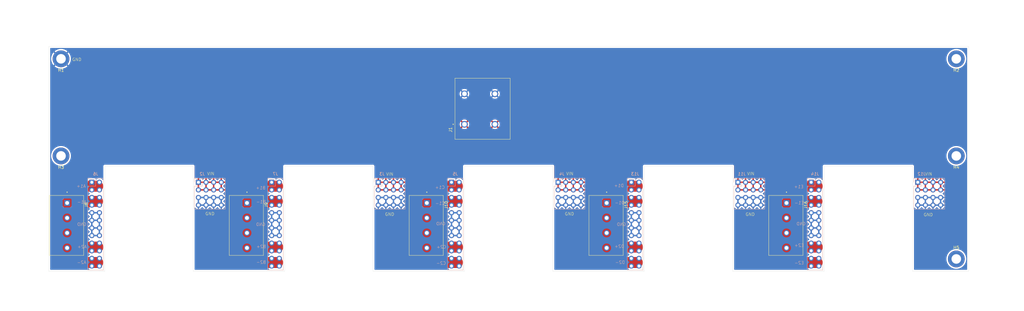
<source format=kicad_pcb>
(kicad_pcb (version 20241229) (generator "pcbnew") (generator_version "9.0")
  (title_block (title "Impregantor Adaptor PCB") (rev "v0.2") (company "HTS4"))
  (layers (0 "F.Cu" signal) (2 "B.Cu" signal) (13 "F.Paste" user) (15 "B.Paste" user) (5 "F.SilkS" user "F.Silkscreen") (7 "B.SilkS" user "B.Silkscreen") (1 "F.Mask" user) (3 "B.Mask" user) (25 "Edge.Cuts" user))
  (net 0 "")
  (net 1 "GND")
  (net 5 "/VIN")
  (net 6 "/C1-")
  (net 7 "/C2+")
  (net 8 "/C2-")
  (net 9 "/C1+")
  (net 10 "/A2+")
  (net 11 "/A1-")
  (net 12 "/A2-")
  (net 13 "/A1+")
  (net 14 "/B1+")
  (net 15 "/B1-")
  (net 16 "/B2+")
  (net 17 "/B2-")
  (net 18 "/D2+")
  (net 19 "/D1-")
  (net 20 "/D1+")
  (net 21 "/D2-")
  (net 22 "/E2-")
  (net 23 "/E1+")
  (net 24 "/E2+")
  (net 25 "/E1-")
  (footprint "impregnator-adaptor-board:PHOENIX_1935336" (layer "F.Cu") (at 174.9518 100.3519 -90)
    (property "Reference" "J10" (at 3.175 -12.385 90) (layer "F.SilkS"))
    (property "Value" "1935336")
    (pad "1" thru_hole rect (at 2.5 -5.9 270) (size 1.95 1.95) (drill 1.3) (layers "*.Cu" "*.Mask") (net 9 "/C1+"))
    (pad "2" thru_hole circle (at 7.5 -5.9 270) (size 1.95 1.95) (drill 1.3) (layers "*.Cu" "*.Mask") (net 6 "/C1-"))
    (pad "3" thru_hole circle (at 12.5 -5.9 270) (size 1.95 1.95) (drill 1.3) (layers "*.Cu" "*.Mask") (net 7 "/C2+"))
    (pad "4" thru_hole circle (at 17.5 -5.9 270) (size 1.95 1.95) (drill 1.3) (layers "*.Cu" "*.Mask") (net 8 "/C2-"))
  )
  (footprint "impregnator-adaptor-board:PHOENIX_1935336" (layer "F.Cu") (at 234.9518 100.3519 -90)
    (property "Reference" "J15" (at 3.175 -12.385 90) (layer "F.SilkS"))
    (property "Value" "1935336")
    (pad "1" thru_hole rect (at 2.5 -5.9 270) (size 1.95 1.95) (drill 1.3) (layers "*.Cu" "*.Mask") (net 20 "/D1+"))
    (pad "2" thru_hole circle (at 7.5 -5.9 270) (size 1.95 1.95) (drill 1.3) (layers "*.Cu" "*.Mask") (net 19 "/D1-"))
    (pad "3" thru_hole circle (at 12.5 -5.9 270) (size 1.95 1.95) (drill 1.3) (layers "*.Cu" "*.Mask") (net 18 "/D2+"))
    (pad "4" thru_hole circle (at 17.5 -5.9 270) (size 1.95 1.95) (drill 1.3) (layers "*.Cu" "*.Mask") (net 21 "/D2-"))
  )
  (footprint "MountingHole:MountingHole_3.2mm_M3_DIN965_Pad" (layer "F.Cu") (at 357.5082 87.155 180)
    (property "Reference" "H4" (at 0 -3.8 0) (layer "F.SilkS"))
    (property "Value" "MountingHole_Pad")
    (pad "1" thru_hole circle (at 0 0 180) (size 5.6 5.6) (drill 3.2) (layers "*.Cu" "*.Mask"))
  )
  (footprint "MountingHole:MountingHole_3.2mm_M3_DIN965_Pad" (layer "F.Cu") (at 357.505338 121.531)
    (property "Reference" "H5" (at 0 -3.8 0) (layer "F.SilkS"))
    (property "Value" "MountingHole_Pad")
    (pad "1" thru_hole circle (at 0 0) (size 5.6 5.6) (drill 3.2) (layers "*.Cu" "*.Mask"))
  )
  (footprint "MountingHole:MountingHole_3.2mm_M3_DIN965_Pad" (layer "F.Cu") (at 357.508 54.761 180)
    (property "Reference" "H2" (at 0 -3.8 0) (layer "F.SilkS"))
    (property "Value" "MountingHole_Pad")
    (pad "1" thru_hole circle (at 0 0 180) (size 5.6 5.6) (drill 3.2) (layers "*.Cu" "*.Mask"))
  )
  (footprint "impregnator-adaptor-board:PHOENIX_1935336" (layer "F.Cu") (at 54.9518 100.3519 -90)
    (property "Reference" "J8" (at 3.175 -12.385 90) (layer "F.SilkS"))
    (property "Value" "1935336")
    (pad "1" thru_hole rect (at 2.5 -5.9 270) (size 1.95 1.95) (drill 1.3) (layers "*.Cu" "*.Mask") (net 13 "/A1+"))
    (pad "2" thru_hole circle (at 7.5 -5.9 270) (size 1.95 1.95) (drill 1.3) (layers "*.Cu" "*.Mask") (net 11 "/A1-"))
    (pad "3" thru_hole circle (at 12.5 -5.9 270) (size 1.95 1.95) (drill 1.3) (layers "*.Cu" "*.Mask") (net 10 "/A2+"))
    (pad "4" thru_hole circle (at 17.5 -5.9 270) (size 1.95 1.95) (drill 1.3) (layers "*.Cu" "*.Mask") (net 12 "/A2-"))
  )
  (footprint "impregnator-adaptor-board:PHOENIX_1935336" (layer "F.Cu") (at 294.9518 100.3519 -90)
    (property "Reference" "J16" (at 3.175 -12.385 90) (layer "F.SilkS"))
    (property "Value" "1935336")
    (pad "1" thru_hole rect (at 2.5 -5.9 270) (size 1.95 1.95) (drill 1.3) (layers "*.Cu" "*.Mask") (net 23 "/E1+"))
    (pad "2" thru_hole circle (at 7.5 -5.9 270) (size 1.95 1.95) (drill 1.3) (layers "*.Cu" "*.Mask") (net 25 "/E1-"))
    (pad "3" thru_hole circle (at 12.5 -5.9 270) (size 1.95 1.95) (drill 1.3) (layers "*.Cu" "*.Mask") (net 24 "/E2+"))
    (pad "4" thru_hole circle (at 17.5 -5.9 270) (size 1.95 1.95) (drill 1.3) (layers "*.Cu" "*.Mask") (net 22 "/E2-"))
  )
  (footprint "MountingHole:MountingHole_3.2mm_M3_DIN965_Pad" (layer "F.Cu") (at 58.8168 87.155 180)
    (property "Reference" "H3" (at 0 -3.8 0) (layer "F.SilkS"))
    (property "Value" "MountingHole_Pad")
    (pad "1" thru_hole circle (at 0 0 180) (size 5.6 5.6) (drill 3.2) (layers "*.Cu" "*.Mask"))
  )
  (footprint "impregnator-adaptor-board:PHOENIX_1773976" (layer "F.Cu") (at 208.6525 81.5843 90)
    (property "Reference" "J1" (at 3.175 -19.885 90) (layer "F.SilkS"))
    (property "Value" "1773976")
    (pad "1_1" thru_hole circle (at 4.98 -15.24 90) (size 2.25 2.25) (drill 1.5) (layers "*.Cu" "*.Mask") (net 5 "/VIN"))
    (pad "1_2" thru_hole circle (at 4.98 -5.08 90) (size 2.25 2.25) (drill 1.5) (layers "*.Cu" "*.Mask") (net 5 "/VIN"))
    (pad "2_1" thru_hole circle (at 15.14 -15.24 90) (size 2.25 2.25) (drill 1.5) (layers "*.Cu" "*.Mask") (net 1 "GND"))
    (pad "2_2" thru_hole circle (at 15.14 -5.08 90) (size 2.25 2.25) (drill 1.5) (layers "*.Cu" "*.Mask") (net 1 "GND"))
  )
  (footprint "MountingHole:MountingHole_3.2mm_M3_DIN965_Pad" (layer "F.Cu") (at 58.8168 54.761 180)
    (property "Reference" "H1" (at 0 -3.8 0) (layer "F.SilkS"))
    (property "Value" "MountingHole_Pad")
    (pad "1" thru_hole circle (at 0 0 180) (size 5.6 5.6) (drill 3.2) (layers "*.Cu" "*.Mask") (net 1 "GND"))
  )
  (footprint "impregnator-adaptor-board:PHOENIX_1935336" (layer "F.Cu") (at 114.9518 100.3519 -90)
    (property "Reference" "J9" (at 3.175 -12.385 90) (layer "F.SilkS"))
    (property "Value" "1935336")
    (pad "1" thru_hole rect (at 2.5 -5.9 270) (size 1.95 1.95) (drill 1.3) (layers "*.Cu" "*.Mask") (net 14 "/B1+"))
    (pad "2" thru_hole circle (at 7.5 -5.9 270) (size 1.95 1.95) (drill 1.3) (layers "*.Cu" "*.Mask") (net 15 "/B1-"))
    (pad "3" thru_hole circle (at 12.5 -5.9 270) (size 1.95 1.95) (drill 1.3) (layers "*.Cu" "*.Mask") (net 16 "/B2+"))
    (pad "4" thru_hole circle (at 17.5 -5.9 270) (size 1.95 1.95) (drill 1.3) (layers "*.Cu" "*.Mask") (net 17 "/B2-"))
  )
  (footprint "Connector_PinSocket_2.54mm:PinSocket_4x04_P2.54mm_Vertical" (layer "B.Cu") (at 164.6512 95.946 180)
    (property "Reference" "J3" (at -1.27 2.77 0) (layer "B.SilkS") (effects (justify mirror)))
    (property "Value" "Conn_01x16_Socket")
    (pad "1" thru_hole rect (at 0 0 180) (size 1.7 1.7) (drill 1) (layers "*.Cu" "*.Mask") (net 5 "/VIN"))
    (pad "2" thru_hole oval (at -2.54 0 180) (size 1.7 1.7) (drill 1) (layers "*.Cu" "*.Mask") (net 5 "/VIN"))
    (pad "3" thru_hole oval (at -5.08 0 180) (size 1.7 1.7) (drill 1) (layers "*.Cu" "*.Mask") (net 5 "/VIN"))
    (pad "4" thru_hole oval (at -7.62 0 180) (size 1.7 1.7) (drill 1) (layers "*.Cu" "*.Mask") (net 5 "/VIN"))
    (pad "5" thru_hole oval (at 0 -2.54 180) (size 1.7 1.7) (drill 1) (layers "*.Cu" "*.Mask") (net 5 "/VIN"))
    (pad "6" thru_hole oval (at -2.54 -2.54 180) (size 1.7 1.7) (drill 1) (layers "*.Cu" "*.Mask") (net 5 "/VIN"))
    (pad "7" thru_hole oval (at -5.08 -2.54 180) (size 1.7 1.7) (drill 1) (layers "*.Cu" "*.Mask") (net 5 "/VIN"))
    (pad "8" thru_hole oval (at -7.62 -2.54 180) (size 1.7 1.7) (drill 1) (layers "*.Cu" "*.Mask") (net 5 "/VIN"))
    (pad "9" thru_hole oval (at 0 -5.08 180) (size 1.7 1.7) (drill 1) (layers "*.Cu" "*.Mask") (net 1 "GND"))
    (pad "10" thru_hole oval (at -2.54 -5.08 180) (size 1.7 1.7) (drill 1) (layers "*.Cu" "*.Mask") (net 1 "GND"))
    (pad "11" thru_hole oval (at -5.08 -5.08 180) (size 1.7 1.7) (drill 1) (layers "*.Cu" "*.Mask") (net 1 "GND"))
    (pad "12" thru_hole oval (at -7.62 -5.08 180) (size 1.7 1.7) (drill 1) (layers "*.Cu" "*.Mask") (net 1 "GND"))
    (pad "13" thru_hole oval (at 0 -7.62 180) (size 1.7 1.7) (drill 1) (layers "*.Cu" "*.Mask") (net 1 "GND"))
    (pad "14" thru_hole oval (at -2.54 -7.62 180) (size 1.7 1.7) (drill 1) (layers "*.Cu" "*.Mask") (net 1 "GND"))
    (pad "15" thru_hole oval (at -5.08 -7.62 180) (size 1.7 1.7) (drill 1) (layers "*.Cu" "*.Mask") (net 1 "GND"))
    (pad "16" thru_hole oval (at -7.62 -7.62 180) (size 1.7 1.7) (drill 1) (layers "*.Cu" "*.Mask") (net 1 "GND"))
  )
  (footprint "Connector_PinSocket_2.54mm:PinSocket_4x04_P2.54mm_Vertical" (layer "B.Cu") (at 224.6512 95.946 180)
    (property "Reference" "J4" (at -1.27 2.77 0) (layer "B.SilkS") (effects (justify mirror)))
    (property "Value" "Conn_01x16_Socket")
    (pad "1" thru_hole rect (at 0 0 180) (size 1.7 1.7) (drill 1) (layers "*.Cu" "*.Mask") (net 5 "/VIN"))
    (pad "2" thru_hole oval (at -2.54 0 180) (size 1.7 1.7) (drill 1) (layers "*.Cu" "*.Mask") (net 5 "/VIN"))
    (pad "3" thru_hole oval (at -5.08 0 180) (size 1.7 1.7) (drill 1) (layers "*.Cu" "*.Mask") (net 5 "/VIN"))
    (pad "4" thru_hole oval (at -7.62 0 180) (size 1.7 1.7) (drill 1) (layers "*.Cu" "*.Mask") (net 5 "/VIN"))
    (pad "5" thru_hole oval (at 0 -2.54 180) (size 1.7 1.7) (drill 1) (layers "*.Cu" "*.Mask") (net 5 "/VIN"))
    (pad "6" thru_hole oval (at -2.54 -2.54 180) (size 1.7 1.7) (drill 1) (layers "*.Cu" "*.Mask") (net 5 "/VIN"))
    (pad "7" thru_hole oval (at -5.08 -2.54 180) (size 1.7 1.7) (drill 1) (layers "*.Cu" "*.Mask") (net 5 "/VIN"))
    (pad "8" thru_hole oval (at -7.62 -2.54 180) (size 1.7 1.7) (drill 1) (layers "*.Cu" "*.Mask") (net 5 "/VIN"))
    (pad "9" thru_hole oval (at 0 -5.08 180) (size 1.7 1.7) (drill 1) (layers "*.Cu" "*.Mask") (net 1 "GND"))
    (pad "10" thru_hole oval (at -2.54 -5.08 180) (size 1.7 1.7) (drill 1) (layers "*.Cu" "*.Mask") (net 1 "GND"))
    (pad "11" thru_hole oval (at -5.08 -5.08 180) (size 1.7 1.7) (drill 1) (layers "*.Cu" "*.Mask") (net 1 "GND"))
    (pad "12" thru_hole oval (at -7.62 -5.08 180) (size 1.7 1.7) (drill 1) (layers "*.Cu" "*.Mask") (net 1 "GND"))
    (pad "13" thru_hole oval (at 0 -7.62 180) (size 1.7 1.7) (drill 1) (layers "*.Cu" "*.Mask") (net 1 "GND"))
    (pad "14" thru_hole oval (at -2.54 -7.62 180) (size 1.7 1.7) (drill 1) (layers "*.Cu" "*.Mask") (net 1 "GND"))
    (pad "15" thru_hole oval (at -5.08 -7.62 180) (size 1.7 1.7) (drill 1) (layers "*.Cu" "*.Mask") (net 1 "GND"))
    (pad "16" thru_hole oval (at -7.62 -7.62 180) (size 1.7 1.7) (drill 1) (layers "*.Cu" "*.Mask") (net 1 "GND"))
  )
  (footprint "Connector_PinSocket_2.54mm:PinSocket_4x04_P2.54mm_Vertical" (layer "B.Cu") (at 104.6512 95.946 180)
    (property "Reference" "J2" (at -1.27 2.77 0) (layer "B.SilkS") (effects (justify mirror)))
    (property "Value" "Conn_01x16_Socket")
    (pad "1" thru_hole rect (at 0 0 180) (size 1.7 1.7) (drill 1) (layers "*.Cu" "*.Mask") (net 5 "/VIN"))
    (pad "2" thru_hole oval (at -2.54 0 180) (size 1.7 1.7) (drill 1) (layers "*.Cu" "*.Mask") (net 5 "/VIN"))
    (pad "3" thru_hole oval (at -5.08 0 180) (size 1.7 1.7) (drill 1) (layers "*.Cu" "*.Mask") (net 5 "/VIN"))
    (pad "4" thru_hole oval (at -7.62 0 180) (size 1.7 1.7) (drill 1) (layers "*.Cu" "*.Mask") (net 5 "/VIN"))
    (pad "5" thru_hole oval (at 0 -2.54 180) (size 1.7 1.7) (drill 1) (layers "*.Cu" "*.Mask") (net 5 "/VIN"))
    (pad "6" thru_hole oval (at -2.54 -2.54 180) (size 1.7 1.7) (drill 1) (layers "*.Cu" "*.Mask") (net 5 "/VIN"))
    (pad "7" thru_hole oval (at -5.08 -2.54 180) (size 1.7 1.7) (drill 1) (layers "*.Cu" "*.Mask") (net 5 "/VIN"))
    (pad "8" thru_hole oval (at -7.62 -2.54 180) (size 1.7 1.7) (drill 1) (layers "*.Cu" "*.Mask") (net 5 "/VIN"))
    (pad "9" thru_hole oval (at 0 -5.08 180) (size 1.7 1.7) (drill 1) (layers "*.Cu" "*.Mask") (net 1 "GND"))
    (pad "10" thru_hole oval (at -2.54 -5.08 180) (size 1.7 1.7) (drill 1) (layers "*.Cu" "*.Mask") (net 1 "GND"))
    (pad "11" thru_hole oval (at -5.08 -5.08 180) (size 1.7 1.7) (drill 1) (layers "*.Cu" "*.Mask") (net 1 "GND"))
    (pad "12" thru_hole oval (at -7.62 -5.08 180) (size 1.7 1.7) (drill 1) (layers "*.Cu" "*.Mask") (net 1 "GND"))
    (pad "13" thru_hole oval (at 0 -7.62 180) (size 1.7 1.7) (drill 1) (layers "*.Cu" "*.Mask") (net 1 "GND"))
    (pad "14" thru_hole oval (at -2.54 -7.62 180) (size 1.7 1.7) (drill 1) (layers "*.Cu" "*.Mask") (net 1 "GND"))
    (pad "15" thru_hole oval (at -5.08 -7.62 180) (size 1.7 1.7) (drill 1) (layers "*.Cu" "*.Mask") (net 1 "GND"))
    (pad "16" thru_hole oval (at -7.62 -7.62 180) (size 1.7 1.7) (drill 1) (layers "*.Cu" "*.Mask") (net 1 "GND"))
  )
  (footprint "Connector_PinSocket_2.54mm:PinSocket_2x12_P2.54mm_Vertical" (layer "B.Cu") (at 129.0912 95.946 180)
    (property "Reference" "J7" (at -1.27 2.77 0) (layer "B.SilkS") (effects (justify mirror)))
    (property "Value" "Conn_01x24_Socket")
    (pad "1" thru_hole rect (at 0 0 180) (size 1.7 1.7) (drill 1) (layers "*.Cu" "*.Mask") (net 14 "/B1+"))
    (pad "2" thru_hole oval (at -2.54 0 180) (size 1.7 1.7) (drill 1) (layers "*.Cu" "*.Mask") (net 14 "/B1+"))
    (pad "3" thru_hole oval (at 0 -2.54 180) (size 1.7 1.7) (drill 1) (layers "*.Cu" "*.Mask") (net 14 "/B1+"))
    (pad "4" thru_hole oval (at -2.54 -2.54 180) (size 1.7 1.7) (drill 1) (layers "*.Cu" "*.Mask") (net 14 "/B1+"))
    (pad "5" thru_hole oval (at 0 -5.08 180) (size 1.7 1.7) (drill 1) (layers "*.Cu" "*.Mask") (net 15 "/B1-"))
    (pad "6" thru_hole oval (at -2.54 -5.08 180) (size 1.7 1.7) (drill 1) (layers "*.Cu" "*.Mask") (net 15 "/B1-"))
    (pad "7" thru_hole oval (at 0 -7.62 180) (size 1.7 1.7) (drill 1) (layers "*.Cu" "*.Mask") (net 15 "/B1-"))
    (pad "8" thru_hole oval (at -2.54 -7.62 180) (size 1.7 1.7) (drill 1) (layers "*.Cu" "*.Mask") (net 15 "/B1-"))
    (pad "9" thru_hole oval (at 0 -10.16 180) (size 1.7 1.7) (drill 1) (layers "*.Cu" "*.Mask") (net 1 "GND"))
    (pad "10" thru_hole oval (at -2.54 -10.16 180) (size 1.7 1.7) (drill 1) (layers "*.Cu" "*.Mask") (net 1 "GND"))
    (pad "11" thru_hole oval (at 0 -12.7 180) (size 1.7 1.7) (drill 1) (layers "*.Cu" "*.Mask") (net 1 "GND"))
    (pad "12" thru_hole oval (at -2.54 -12.7 180) (size 1.7 1.7) (drill 1) (layers "*.Cu" "*.Mask") (net 1 "GND"))
    (pad "13" thru_hole oval (at 0 -15.24 180) (size 1.7 1.7) (drill 1) (layers "*.Cu" "*.Mask") (net 1 "GND"))
    (pad "14" thru_hole oval (at -2.54 -15.24 180) (size 1.7 1.7) (drill 1) (layers "*.Cu" "*.Mask") (net 1 "GND"))
    (pad "15" thru_hole oval (at 0 -17.78 180) (size 1.7 1.7) (drill 1) (layers "*.Cu" "*.Mask") (net 1 "GND"))
    (pad "16" thru_hole oval (at -2.54 -17.78 180) (size 1.7 1.7) (drill 1) (layers "*.Cu" "*.Mask") (net 1 "GND"))
    (pad "17" thru_hole oval (at 0 -20.32 180) (size 1.7 1.7) (drill 1) (layers "*.Cu" "*.Mask") (net 16 "/B2+"))
    (pad "18" thru_hole oval (at -2.54 -20.32 180) (size 1.7 1.7) (drill 1) (layers "*.Cu" "*.Mask") (net 16 "/B2+"))
    (pad "19" thru_hole oval (at 0 -22.86 180) (size 1.7 1.7) (drill 1) (layers "*.Cu" "*.Mask") (net 16 "/B2+"))
    (pad "20" thru_hole oval (at -2.54 -22.86 180) (size 1.7 1.7) (drill 1) (layers "*.Cu" "*.Mask") (net 16 "/B2+"))
    (pad "21" thru_hole oval (at 0 -25.4 180) (size 1.7 1.7) (drill 1) (layers "*.Cu" "*.Mask") (net 17 "/B2-"))
    (pad "22" thru_hole oval (at -2.54 -25.4 180) (size 1.7 1.7) (drill 1) (layers "*.Cu" "*.Mask") (net 17 "/B2-"))
    (pad "23" thru_hole oval (at 0 -27.94 180) (size 1.7 1.7) (drill 1) (layers "*.Cu" "*.Mask") (net 17 "/B2-"))
    (pad "24" thru_hole oval (at -2.54 -27.94 180) (size 1.7 1.7) (drill 1) (layers "*.Cu" "*.Mask") (net 17 "/B2-"))
  )
  (footprint "Connector_PinSocket_2.54mm:PinSocket_4x04_P2.54mm_Vertical" (layer "B.Cu") (at 284.6512 95.946 180)
    (property "Reference" "J11" (at -1.27 2.77 0) (layer "B.SilkS") (effects (justify mirror)))
    (property "Value" "Conn_01x16_Socket")
    (pad "1" thru_hole rect (at 0 0 180) (size 1.7 1.7) (drill 1) (layers "*.Cu" "*.Mask") (net 5 "/VIN"))
    (pad "2" thru_hole oval (at -2.54 0 180) (size 1.7 1.7) (drill 1) (layers "*.Cu" "*.Mask") (net 5 "/VIN"))
    (pad "3" thru_hole oval (at -5.08 0 180) (size 1.7 1.7) (drill 1) (layers "*.Cu" "*.Mask") (net 5 "/VIN"))
    (pad "4" thru_hole oval (at -7.62 0 180) (size 1.7 1.7) (drill 1) (layers "*.Cu" "*.Mask") (net 5 "/VIN"))
    (pad "5" thru_hole oval (at 0 -2.54 180) (size 1.7 1.7) (drill 1) (layers "*.Cu" "*.Mask") (net 5 "/VIN"))
    (pad "6" thru_hole oval (at -2.54 -2.54 180) (size 1.7 1.7) (drill 1) (layers "*.Cu" "*.Mask") (net 5 "/VIN"))
    (pad "7" thru_hole oval (at -5.08 -2.54 180) (size 1.7 1.7) (drill 1) (layers "*.Cu" "*.Mask") (net 5 "/VIN"))
    (pad "8" thru_hole oval (at -7.62 -2.54 180) (size 1.7 1.7) (drill 1) (layers "*.Cu" "*.Mask") (net 5 "/VIN"))
    (pad "9" thru_hole oval (at 0 -5.08 180) (size 1.7 1.7) (drill 1) (layers "*.Cu" "*.Mask") (net 1 "GND"))
    (pad "10" thru_hole oval (at -2.54 -5.08 180) (size 1.7 1.7) (drill 1) (layers "*.Cu" "*.Mask") (net 1 "GND"))
    (pad "11" thru_hole oval (at -5.08 -5.08 180) (size 1.7 1.7) (drill 1) (layers "*.Cu" "*.Mask") (net 1 "GND"))
    (pad "12" thru_hole oval (at -7.62 -5.08 180) (size 1.7 1.7) (drill 1) (layers "*.Cu" "*.Mask") (net 1 "GND"))
    (pad "13" thru_hole oval (at 0 -7.62 180) (size 1.7 1.7) (drill 1) (layers "*.Cu" "*.Mask") (net 1 "GND"))
    (pad "14" thru_hole oval (at -2.54 -7.62 180) (size 1.7 1.7) (drill 1) (layers "*.Cu" "*.Mask") (net 1 "GND"))
    (pad "15" thru_hole oval (at -5.08 -7.62 180) (size 1.7 1.7) (drill 1) (layers "*.Cu" "*.Mask") (net 1 "GND"))
    (pad "16" thru_hole oval (at -7.62 -7.62 180) (size 1.7 1.7) (drill 1) (layers "*.Cu" "*.Mask") (net 1 "GND"))
  )
  (footprint "Connector_PinSocket_2.54mm:PinSocket_2x12_P2.54mm_Vertical" (layer "B.Cu") (at 69.0912 95.946 180)
    (property "Reference" "J6" (at -1.27 2.77 0) (layer "B.SilkS") (effects (justify mirror)))
    (property "Value" "Conn_01x24_Socket")
    (pad "1" thru_hole rect (at 0 0 180) (size 1.7 1.7) (drill 1) (layers "*.Cu" "*.Mask") (net 13 "/A1+"))
    (pad "2" thru_hole oval (at -2.54 0 180) (size 1.7 1.7) (drill 1) (layers "*.Cu" "*.Mask") (net 13 "/A1+"))
    (pad "3" thru_hole oval (at 0 -2.54 180) (size 1.7 1.7) (drill 1) (layers "*.Cu" "*.Mask") (net 13 "/A1+"))
    (pad "4" thru_hole oval (at -2.54 -2.54 180) (size 1.7 1.7) (drill 1) (layers "*.Cu" "*.Mask") (net 13 "/A1+"))
    (pad "5" thru_hole oval (at 0 -5.08 180) (size 1.7 1.7) (drill 1) (layers "*.Cu" "*.Mask") (net 11 "/A1-"))
    (pad "6" thru_hole oval (at -2.54 -5.08 180) (size 1.7 1.7) (drill 1) (layers "*.Cu" "*.Mask") (net 11 "/A1-"))
    (pad "7" thru_hole oval (at 0 -7.62 180) (size 1.7 1.7) (drill 1) (layers "*.Cu" "*.Mask") (net 11 "/A1-"))
    (pad "8" thru_hole oval (at -2.54 -7.62 180) (size 1.7 1.7) (drill 1) (layers "*.Cu" "*.Mask") (net 11 "/A1-"))
    (pad "9" thru_hole oval (at 0 -10.16 180) (size 1.7 1.7) (drill 1) (layers "*.Cu" "*.Mask") (net 1 "GND"))
    (pad "10" thru_hole oval (at -2.54 -10.16 180) (size 1.7 1.7) (drill 1) (layers "*.Cu" "*.Mask") (net 1 "GND"))
    (pad "11" thru_hole oval (at 0 -12.7 180) (size 1.7 1.7) (drill 1) (layers "*.Cu" "*.Mask") (net 1 "GND"))
    (pad "12" thru_hole oval (at -2.54 -12.7 180) (size 1.7 1.7) (drill 1) (layers "*.Cu" "*.Mask") (net 1 "GND"))
    (pad "13" thru_hole oval (at 0 -15.24 180) (size 1.7 1.7) (drill 1) (layers "*.Cu" "*.Mask") (net 1 "GND"))
    (pad "14" thru_hole oval (at -2.54 -15.24 180) (size 1.7 1.7) (drill 1) (layers "*.Cu" "*.Mask") (net 1 "GND"))
    (pad "15" thru_hole oval (at 0 -17.78 180) (size 1.7 1.7) (drill 1) (layers "*.Cu" "*.Mask") (net 1 "GND"))
    (pad "16" thru_hole oval (at -2.54 -17.78 180) (size 1.7 1.7) (drill 1) (layers "*.Cu" "*.Mask") (net 1 "GND"))
    (pad "17" thru_hole oval (at 0 -20.32 180) (size 1.7 1.7) (drill 1) (layers "*.Cu" "*.Mask") (net 10 "/A2+"))
    (pad "18" thru_hole oval (at -2.54 -20.32 180) (size 1.7 1.7) (drill 1) (layers "*.Cu" "*.Mask") (net 10 "/A2+"))
    (pad "19" thru_hole oval (at 0 -22.86 180) (size 1.7 1.7) (drill 1) (layers "*.Cu" "*.Mask") (net 10 "/A2+"))
    (pad "20" thru_hole oval (at -2.54 -22.86 180) (size 1.7 1.7) (drill 1) (layers "*.Cu" "*.Mask") (net 10 "/A2+"))
    (pad "21" thru_hole oval (at 0 -25.4 180) (size 1.7 1.7) (drill 1) (layers "*.Cu" "*.Mask") (net 12 "/A2-"))
    (pad "22" thru_hole oval (at -2.54 -25.4 180) (size 1.7 1.7) (drill 1) (layers "*.Cu" "*.Mask") (net 12 "/A2-"))
    (pad "23" thru_hole oval (at 0 -27.94 180) (size 1.7 1.7) (drill 1) (layers "*.Cu" "*.Mask") (net 12 "/A2-"))
    (pad "24" thru_hole oval (at -2.54 -27.94 180) (size 1.7 1.7) (drill 1) (layers "*.Cu" "*.Mask") (net 12 "/A2-"))
  )
  (footprint "Connector_PinSocket_2.54mm:PinSocket_4x04_P2.54mm_Vertical" (layer "B.Cu") (at 344.6512 95.946 180)
    (property "Reference" "J12" (at -1.27 2.77 0) (layer "B.SilkS") (effects (justify mirror)))
    (property "Value" "Conn_01x16_Socket")
    (pad "1" thru_hole rect (at 0 0 180) (size 1.7 1.7) (drill 1) (layers "*.Cu" "*.Mask") (net 5 "/VIN"))
    (pad "2" thru_hole oval (at -2.54 0 180) (size 1.7 1.7) (drill 1) (layers "*.Cu" "*.Mask") (net 5 "/VIN"))
    (pad "3" thru_hole oval (at -5.08 0 180) (size 1.7 1.7) (drill 1) (layers "*.Cu" "*.Mask") (net 5 "/VIN"))
    (pad "4" thru_hole oval (at -7.62 0 180) (size 1.7 1.7) (drill 1) (layers "*.Cu" "*.Mask") (net 5 "/VIN"))
    (pad "5" thru_hole oval (at 0 -2.54 180) (size 1.7 1.7) (drill 1) (layers "*.Cu" "*.Mask") (net 5 "/VIN"))
    (pad "6" thru_hole oval (at -2.54 -2.54 180) (size 1.7 1.7) (drill 1) (layers "*.Cu" "*.Mask") (net 5 "/VIN"))
    (pad "7" thru_hole oval (at -5.08 -2.54 180) (size 1.7 1.7) (drill 1) (layers "*.Cu" "*.Mask") (net 5 "/VIN"))
    (pad "8" thru_hole oval (at -7.62 -2.54 180) (size 1.7 1.7) (drill 1) (layers "*.Cu" "*.Mask") (net 5 "/VIN"))
    (pad "9" thru_hole oval (at 0 -5.08 180) (size 1.7 1.7) (drill 1) (layers "*.Cu" "*.Mask") (net 1 "GND"))
    (pad "10" thru_hole oval (at -2.54 -5.08 180) (size 1.7 1.7) (drill 1) (layers "*.Cu" "*.Mask") (net 1 "GND"))
    (pad "11" thru_hole oval (at -5.08 -5.08 180) (size 1.7 1.7) (drill 1) (layers "*.Cu" "*.Mask") (net 1 "GND"))
    (pad "12" thru_hole oval (at -7.62 -5.08 180) (size 1.7 1.7) (drill 1) (layers "*.Cu" "*.Mask") (net 1 "GND"))
    (pad "13" thru_hole oval (at 0 -7.62 180) (size 1.7 1.7) (drill 1) (layers "*.Cu" "*.Mask") (net 1 "GND"))
    (pad "14" thru_hole oval (at -2.54 -7.62 180) (size 1.7 1.7) (drill 1) (layers "*.Cu" "*.Mask") (net 1 "GND"))
    (pad "15" thru_hole oval (at -5.08 -7.62 180) (size 1.7 1.7) (drill 1) (layers "*.Cu" "*.Mask") (net 1 "GND"))
    (pad "16" thru_hole oval (at -7.62 -7.62 180) (size 1.7 1.7) (drill 1) (layers "*.Cu" "*.Mask") (net 1 "GND"))
  )
  (footprint "Connector_PinSocket_2.54mm:PinSocket_2x12_P2.54mm_Vertical" (layer "B.Cu") (at 189.0912 95.946 180)
    (property "Reference" "J5" (at -1.27 2.77 0) (layer "B.SilkS") (effects (justify mirror)))
    (property "Value" "Conn_01x24_Socket")
    (pad "1" thru_hole rect (at 0 0 180) (size 1.7 1.7) (drill 1) (layers "*.Cu" "*.Mask") (net 9 "/C1+"))
    (pad "2" thru_hole oval (at -2.54 0 180) (size 1.7 1.7) (drill 1) (layers "*.Cu" "*.Mask") (net 9 "/C1+"))
    (pad "3" thru_hole oval (at 0 -2.54 180) (size 1.7 1.7) (drill 1) (layers "*.Cu" "*.Mask") (net 9 "/C1+"))
    (pad "4" thru_hole oval (at -2.54 -2.54 180) (size 1.7 1.7) (drill 1) (layers "*.Cu" "*.Mask") (net 9 "/C1+"))
    (pad "5" thru_hole oval (at 0 -5.08 180) (size 1.7 1.7) (drill 1) (layers "*.Cu" "*.Mask") (net 6 "/C1-"))
    (pad "6" thru_hole oval (at -2.54 -5.08 180) (size 1.7 1.7) (drill 1) (layers "*.Cu" "*.Mask") (net 6 "/C1-"))
    (pad "7" thru_hole oval (at 0 -7.62 180) (size 1.7 1.7) (drill 1) (layers "*.Cu" "*.Mask") (net 6 "/C1-"))
    (pad "8" thru_hole oval (at -2.54 -7.62 180) (size 1.7 1.7) (drill 1) (layers "*.Cu" "*.Mask") (net 6 "/C1-"))
    (pad "9" thru_hole oval (at 0 -10.16 180) (size 1.7 1.7) (drill 1) (layers "*.Cu" "*.Mask") (net 1 "GND"))
    (pad "10" thru_hole oval (at -2.54 -10.16 180) (size 1.7 1.7) (drill 1) (layers "*.Cu" "*.Mask") (net 1 "GND"))
    (pad "11" thru_hole oval (at 0 -12.7 180) (size 1.7 1.7) (drill 1) (layers "*.Cu" "*.Mask") (net 1 "GND"))
    (pad "12" thru_hole oval (at -2.54 -12.7 180) (size 1.7 1.7) (drill 1) (layers "*.Cu" "*.Mask") (net 1 "GND"))
    (pad "13" thru_hole oval (at 0 -15.24 180) (size 1.7 1.7) (drill 1) (layers "*.Cu" "*.Mask") (net 1 "GND"))
    (pad "14" thru_hole oval (at -2.54 -15.24 180) (size 1.7 1.7) (drill 1) (layers "*.Cu" "*.Mask") (net 1 "GND"))
    (pad "15" thru_hole oval (at 0 -17.78 180) (size 1.7 1.7) (drill 1) (layers "*.Cu" "*.Mask") (net 1 "GND"))
    (pad "16" thru_hole oval (at -2.54 -17.78 180) (size 1.7 1.7) (drill 1) (layers "*.Cu" "*.Mask") (net 1 "GND"))
    (pad "17" thru_hole oval (at 0 -20.32 180) (size 1.7 1.7) (drill 1) (layers "*.Cu" "*.Mask") (net 7 "/C2+"))
    (pad "18" thru_hole oval (at -2.54 -20.32 180) (size 1.7 1.7) (drill 1) (layers "*.Cu" "*.Mask") (net 7 "/C2+"))
    (pad "19" thru_hole oval (at 0 -22.86 180) (size 1.7 1.7) (drill 1) (layers "*.Cu" "*.Mask") (net 7 "/C2+"))
    (pad "20" thru_hole oval (at -2.54 -22.86 180) (size 1.7 1.7) (drill 1) (layers "*.Cu" "*.Mask") (net 7 "/C2+"))
    (pad "21" thru_hole oval (at 0 -25.4 180) (size 1.7 1.7) (drill 1) (layers "*.Cu" "*.Mask") (net 8 "/C2-"))
    (pad "22" thru_hole oval (at -2.54 -25.4 180) (size 1.7 1.7) (drill 1) (layers "*.Cu" "*.Mask") (net 8 "/C2-"))
    (pad "23" thru_hole oval (at 0 -27.94 180) (size 1.7 1.7) (drill 1) (layers "*.Cu" "*.Mask") (net 8 "/C2-"))
    (pad "24" thru_hole oval (at -2.54 -27.94 180) (size 1.7 1.7) (drill 1) (layers "*.Cu" "*.Mask") (net 8 "/C2-"))
  )
  (footprint "Connector_PinSocket_2.54mm:PinSocket_2x12_P2.54mm_Vertical" (layer "B.Cu") (at 309.0912 95.946 180)
    (property "Reference" "J14" (at -1.27 2.77 0) (layer "B.SilkS") (effects (justify mirror)))
    (property "Value" "Conn_01x24_Socket")
    (pad "1" thru_hole rect (at 0 0 180) (size 1.7 1.7) (drill 1) (layers "*.Cu" "*.Mask") (net 23 "/E1+"))
    (pad "2" thru_hole oval (at -2.54 0 180) (size 1.7 1.7) (drill 1) (layers "*.Cu" "*.Mask") (net 23 "/E1+"))
    (pad "3" thru_hole oval (at 0 -2.54 180) (size 1.7 1.7) (drill 1) (layers "*.Cu" "*.Mask") (net 23 "/E1+"))
    (pad "4" thru_hole oval (at -2.54 -2.54 180) (size 1.7 1.7) (drill 1) (layers "*.Cu" "*.Mask") (net 23 "/E1+"))
    (pad "5" thru_hole oval (at 0 -5.08 180) (size 1.7 1.7) (drill 1) (layers "*.Cu" "*.Mask") (net 25 "/E1-"))
    (pad "6" thru_hole oval (at -2.54 -5.08 180) (size 1.7 1.7) (drill 1) (layers "*.Cu" "*.Mask") (net 25 "/E1-"))
    (pad "7" thru_hole oval (at 0 -7.62 180) (size 1.7 1.7) (drill 1) (layers "*.Cu" "*.Mask") (net 25 "/E1-"))
    (pad "8" thru_hole oval (at -2.54 -7.62 180) (size 1.7 1.7) (drill 1) (layers "*.Cu" "*.Mask") (net 25 "/E1-"))
    (pad "9" thru_hole oval (at 0 -10.16 180) (size 1.7 1.7) (drill 1) (layers "*.Cu" "*.Mask") (net 1 "GND"))
    (pad "10" thru_hole oval (at -2.54 -10.16 180) (size 1.7 1.7) (drill 1) (layers "*.Cu" "*.Mask") (net 1 "GND"))
    (pad "11" thru_hole oval (at 0 -12.7 180) (size 1.7 1.7) (drill 1) (layers "*.Cu" "*.Mask") (net 1 "GND"))
    (pad "12" thru_hole oval (at -2.54 -12.7 180) (size 1.7 1.7) (drill 1) (layers "*.Cu" "*.Mask") (net 1 "GND"))
    (pad "13" thru_hole oval (at 0 -15.24 180) (size 1.7 1.7) (drill 1) (layers "*.Cu" "*.Mask") (net 1 "GND"))
    (pad "14" thru_hole oval (at -2.54 -15.24 180) (size 1.7 1.7) (drill 1) (layers "*.Cu" "*.Mask") (net 1 "GND"))
    (pad "15" thru_hole oval (at 0 -17.78 180) (size 1.7 1.7) (drill 1) (layers "*.Cu" "*.Mask") (net 1 "GND"))
    (pad "16" thru_hole oval (at -2.54 -17.78 180) (size 1.7 1.7) (drill 1) (layers "*.Cu" "*.Mask") (net 1 "GND"))
    (pad "17" thru_hole oval (at 0 -20.32 180) (size 1.7 1.7) (drill 1) (layers "*.Cu" "*.Mask") (net 24 "/E2+"))
    (pad "18" thru_hole oval (at -2.54 -20.32 180) (size 1.7 1.7) (drill 1) (layers "*.Cu" "*.Mask") (net 24 "/E2+"))
    (pad "19" thru_hole oval (at 0 -22.86 180) (size 1.7 1.7) (drill 1) (layers "*.Cu" "*.Mask") (net 24 "/E2+"))
    (pad "20" thru_hole oval (at -2.54 -22.86 180) (size 1.7 1.7) (drill 1) (layers "*.Cu" "*.Mask") (net 24 "/E2+"))
    (pad "21" thru_hole oval (at 0 -25.4 180) (size 1.7 1.7) (drill 1) (layers "*.Cu" "*.Mask") (net 22 "/E2-"))
    (pad "22" thru_hole oval (at -2.54 -25.4 180) (size 1.7 1.7) (drill 1) (layers "*.Cu" "*.Mask") (net 22 "/E2-"))
    (pad "23" thru_hole oval (at 0 -27.94 180) (size 1.7 1.7) (drill 1) (layers "*.Cu" "*.Mask") (net 22 "/E2-"))
    (pad "24" thru_hole oval (at -2.54 -27.94 180) (size 1.7 1.7) (drill 1) (layers "*.Cu" "*.Mask") (net 22 "/E2-"))
  )
  (footprint "Connector_PinSocket_2.54mm:PinSocket_2x12_P2.54mm_Vertical" (layer "B.Cu") (at 249.0912 95.946 180)
    (property "Reference" "J13" (at -1.27 2.77 0) (layer "B.SilkS") (effects (justify mirror)))
    (property "Value" "Conn_01x24_Socket")
    (pad "1" thru_hole rect (at 0 0 180) (size 1.7 1.7) (drill 1) (layers "*.Cu" "*.Mask") (net 20 "/D1+"))
    (pad "2" thru_hole oval (at -2.54 0 180) (size 1.7 1.7) (drill 1) (layers "*.Cu" "*.Mask") (net 20 "/D1+"))
    (pad "3" thru_hole oval (at 0 -2.54 180) (size 1.7 1.7) (drill 1) (layers "*.Cu" "*.Mask") (net 20 "/D1+"))
    (pad "4" thru_hole oval (at -2.54 -2.54 180) (size 1.7 1.7) (drill 1) (layers "*.Cu" "*.Mask") (net 20 "/D1+"))
    (pad "5" thru_hole oval (at 0 -5.08 180) (size 1.7 1.7) (drill 1) (layers "*.Cu" "*.Mask") (net 19 "/D1-"))
    (pad "6" thru_hole oval (at -2.54 -5.08 180) (size 1.7 1.7) (drill 1) (layers "*.Cu" "*.Mask") (net 19 "/D1-"))
    (pad "7" thru_hole oval (at 0 -7.62 180) (size 1.7 1.7) (drill 1) (layers "*.Cu" "*.Mask") (net 19 "/D1-"))
    (pad "8" thru_hole oval (at -2.54 -7.62 180) (size 1.7 1.7) (drill 1) (layers "*.Cu" "*.Mask") (net 19 "/D1-"))
    (pad "9" thru_hole oval (at 0 -10.16 180) (size 1.7 1.7) (drill 1) (layers "*.Cu" "*.Mask") (net 1 "GND"))
    (pad "10" thru_hole oval (at -2.54 -10.16 180) (size 1.7 1.7) (drill 1) (layers "*.Cu" "*.Mask") (net 1 "GND"))
    (pad "11" thru_hole oval (at 0 -12.7 180) (size 1.7 1.7) (drill 1) (layers "*.Cu" "*.Mask") (net 1 "GND"))
    (pad "12" thru_hole oval (at -2.54 -12.7 180) (size 1.7 1.7) (drill 1) (layers "*.Cu" "*.Mask") (net 1 "GND"))
    (pad "13" thru_hole oval (at 0 -15.24 180) (size 1.7 1.7) (drill 1) (layers "*.Cu" "*.Mask") (net 1 "GND"))
    (pad "14" thru_hole oval (at -2.54 -15.24 180) (size 1.7 1.7) (drill 1) (layers "*.Cu" "*.Mask") (net 1 "GND"))
    (pad "15" thru_hole oval (at 0 -17.78 180) (size 1.7 1.7) (drill 1) (layers "*.Cu" "*.Mask") (net 1 "GND"))
    (pad "16" thru_hole oval (at -2.54 -17.78 180) (size 1.7 1.7) (drill 1) (layers "*.Cu" "*.Mask") (net 1 "GND"))
    (pad "17" thru_hole oval (at 0 -20.32 180) (size 1.7 1.7) (drill 1) (layers "*.Cu" "*.Mask") (net 18 "/D2+"))
    (pad "18" thru_hole oval (at -2.54 -20.32 180) (size 1.7 1.7) (drill 1) (layers "*.Cu" "*.Mask") (net 18 "/D2+"))
    (pad "19" thru_hole oval (at 0 -22.86 180) (size 1.7 1.7) (drill 1) (layers "*.Cu" "*.Mask") (net 18 "/D2+"))
    (pad "20" thru_hole oval (at -2.54 -22.86 180) (size 1.7 1.7) (drill 1) (layers "*.Cu" "*.Mask") (net 18 "/D2+"))
    (pad "21" thru_hole oval (at 0 -25.4 180) (size 1.7 1.7) (drill 1) (layers "*.Cu" "*.Mask") (net 21 "/D2-"))
    (pad "22" thru_hole oval (at -2.54 -25.4 180) (size 1.7 1.7) (drill 1) (layers "*.Cu" "*.Mask") (net 21 "/D2-"))
    (pad "23" thru_hole oval (at 0 -27.94 180) (size 1.7 1.7) (drill 1) (layers "*.Cu" "*.Mask") (net 21 "/D2-"))
    (pad "24" thru_hole oval (at -2.54 -27.94 180) (size 1.7 1.7) (drill 1) (layers "*.Cu" "*.Mask") (net 21 "/D2-"))
  )
  (gr_line (start 162.8912 125.646) (end 162.8912 90.586) (stroke (width 0.05)) (layer "Edge.Cuts"))
  (gr_line (start 282.8912 90.586) (end 253.430877 90.586) (stroke (width 0.05)) (layer "Edge.Cuts"))
  (gr_line (start 162.8912 90.586) (end 133.430877 90.586) (stroke (width 0.05)) (layer "Edge.Cuts"))
  (gr_line (start 361.623 50.646) (end 54.7018 50.646) (stroke (width 0.05)) (layer "Edge.Cuts"))
  (gr_line (start 193.430938 125.646) (end 193.430877 90.586) (stroke (width 0.05)) (layer "Edge.Cuts"))
  (gr_line (start 73.430938 125.646) (end 73.430877 90.586) (stroke (width 0.05)) (layer "Edge.Cuts"))
  (gr_line (start 133.430938 125.646) (end 133.430877 90.586) (stroke (width 0.05)) (layer "Edge.Cuts"))
  (gr_line (start 313.430938 125.646) (end 313.430877 90.586) (stroke (width 0.05)) (layer "Edge.Cuts"))
  (gr_line (start 54.7018 125.646) (end 73.430938 125.646) (stroke (width 0.05)) (layer "Edge.Cuts"))
  (gr_line (start 342.8912 125.646) (end 342.8912 90.586) (stroke (width 0.05)) (layer "Edge.Cuts"))
  (gr_line (start 222.8912 125.646) (end 222.8912 90.586) (stroke (width 0.05)) (layer "Edge.Cuts"))
  (gr_line (start 361.623 125.646) (end 361.623 50.646) (stroke (width 0.05)) (layer "Edge.Cuts"))
  (gr_line (start 54.7018 125.646) (end 54.7018 50.646) (stroke (width 0.05)) (layer "Edge.Cuts"))
  (gr_line (start 282.8912 125.646) (end 313.430938 125.646) (stroke (width 0.05)) (layer "Edge.Cuts"))
  (gr_line (start 342.8912 90.586) (end 313.430877 90.586) (stroke (width 0.05)) (layer "Edge.Cuts"))
  (gr_line (start 253.430938 125.646) (end 253.430877 90.586) (stroke (width 0.05)) (layer "Edge.Cuts"))
  (gr_line (start 222.8912 125.646) (end 253.430938 125.646) (stroke (width 0.05)) (layer "Edge.Cuts"))
  (gr_line (start 282.8912 125.646) (end 282.8912 90.586) (stroke (width 0.05)) (layer "Edge.Cuts"))
  (gr_line (start 342.8912 125.646) (end 361.620338 125.646) (stroke (width 0.05)) (layer "Edge.Cuts"))
  (gr_line (start 102.8912 125.646) (end 102.8912 90.586) (stroke (width 0.05)) (layer "Edge.Cuts"))
  (gr_line (start 222.8912 90.586) (end 193.430877 90.586) (stroke (width 0.05)) (layer "Edge.Cuts"))
  (gr_line (start 102.8912 90.586) (end 73.430877 90.586) (stroke (width 0.05)) (layer "Edge.Cuts"))
  (gr_line (start 162.8912 125.646) (end 193.430938 125.646) (stroke (width 0.05)) (layer "Edge.Cuts"))
  (gr_line (start 102.8912 125.646) (end 133.430938 125.646) (stroke (width 0.05)) (layer "Edge.Cuts"))
  (gr_text "GND\n" (at 346.5608 107.3506 0) (layer "F.SilkS") (effects (font (size 1 1) (thickness 0.1)) (justify left bottom)))
  (gr_text "GND\n" (at 106.9118 107.0204 0) (layer "F.SilkS") (effects (font (size 1 1) (thickness 0.1)) (justify left bottom)))
  (gr_text "GND\n" (at 166.8558 107.1982 0) (layer "F.SilkS") (effects (font (size 1 1) (thickness 0.1)) (justify left bottom)))
  (gr_text "VIN\n" (at 107.496 93.66 0) (layer "F.SilkS") (effects (font (size 1 1) (thickness 0.1)) (justify left bottom)))
  (gr_text "VIN\n" (at 227.2824 93.66 0) (layer "F.SilkS") (effects (font (size 1 1) (thickness 0.1)) (justify left bottom)))
  (gr_text "VIN\n" (at 167.2114 93.8124 0) (layer "F.SilkS") (effects (font (size 1 1) (thickness 0.1)) (justify left bottom)))
  (gr_text "VIN\n" (at 287.6582 93.66 0) (layer "F.SilkS") (effects (font (size 1 1) (thickness 0.1)) (justify left bottom)))
  (gr_text "GND" (at 62.5126 55.5854 0) (layer "F.SilkS") (effects (font (size 1 1) (thickness 0.1)) (justify left bottom)))
  (gr_text "GND\n" (at 226.8506 107.0712 0) (layer "F.SilkS") (effects (font (size 1 1) (thickness 0.1)) (justify left bottom)))
  (gr_text "GND\n" (at 287.1248 107.2236 0) (layer "F.SilkS") (effects (font (size 1 1) (thickness 0.1)) (justify left bottom)))
  (gr_text "VIN\n" (at 346.9926 93.7616 0) (layer "F.SilkS") (effects (font (size 1 1) (thickness 0.1)) (justify left bottom)))
  (gr_text "B2-" (at 127.2318 123.2002 0) (layer "B.SilkS") (effects (font (size 1 1) (thickness 0.1)) (justify left bottom mirror)))
  (gr_text "C2-" (at 187.2774 123.5304 0) (layer "B.SilkS") (effects (font (size 1 1) (thickness 0.1)) (justify left bottom mirror)))
  (gr_text "A1-\n" (at 67.3386 103.1342 0) (layer "B.SilkS") (effects (font (size 1 1) (thickness 0.1)) (justify left bottom mirror)))
  (gr_text "A1+" (at 67.1354 97.8256 0) (layer "B.SilkS") (effects (font (size 1 1) (thickness 0.1)) (justify left bottom mirror)))
  (gr_text "E1-\n" (at 306.6828 103.3882 0) (layer "B.SilkS") (effects (font (size 1 1) (thickness 0.1)) (justify left bottom mirror)))
  (gr_text "E1+" (at 306.5558 98.0034 0) (layer "B.SilkS") (effects (font (size 1 1) (thickness 0.1)) (justify left bottom mirror)))
  (gr_text "B2+" (at 127.2826 117.9932 0) (layer "B.SilkS") (effects (font (size 1 1) (thickness 0.1)) (justify left bottom mirror)))
  (gr_text "A2+" (at 67.4402 118.044 0) (layer "B.SilkS") (effects (font (size 1 1) (thickness 0.1)) (justify left bottom mirror)))
  (gr_text "E2+\n" (at 306.6828 117.5614 0) (layer "B.SilkS") (effects (font (size 1 1) (thickness 0.1)) (justify left bottom mirror)))
  (gr_text "D2+" (at 246.7642 117.8916 0) (layer "B.SilkS") (effects (font (size 1 1) (thickness 0.1)) (justify left bottom mirror)))
  (gr_text "GND" (at 307.2924 110.3732 0) (layer "B.SilkS") (effects (font (size 1 1) (thickness 0.1)) (justify left bottom mirror)))
  (gr_text "B1-" (at 127.2064 103.058 0) (layer "B.SilkS") (effects (font (size 1 1) (thickness 0.1)) (justify left bottom mirror)))
  (gr_text "GND" (at 187.0996 110.3478 0) (layer "B.SilkS") (effects (font (size 1 1) (thickness 0.1)) (justify left bottom mirror)))
  (gr_text "A2-" (at 67.2878 123.251 0) (layer "B.SilkS") (effects (font (size 1 1) (thickness 0.1)) (justify left bottom mirror)))
  (gr_text "D1-\n" (at 246.8404 103.3628 0) (layer "B.SilkS") (effects (font (size 1 1) (thickness 0.1)) (justify left bottom mirror)))
  (gr_text "D1+" (at 246.6118 97.6478 0) (layer "B.SilkS") (effects (font (size 1 1) (thickness 0.1)) (justify left bottom mirror)))
  (gr_text "GND" (at 127.0032 110.6018 0) (layer "B.SilkS") (effects (font (size 1 1) (thickness 0.1)) (justify left bottom mirror)))
  (gr_text "GND" (at 247.3738 110.5764 0) (layer "B.SilkS") (effects (font (size 1 1) (thickness 0.1)) (justify left bottom mirror)))
  (gr_text "E2-\n" (at 306.6828 123.4034 0) (layer "B.SilkS") (effects (font (size 1 1) (thickness 0.1)) (justify left bottom mirror)))
  (gr_text "GND" (at 67.3386 110.551 0) (layer "B.SilkS") (effects (font (size 1 1) (thickness 0.1)) (justify left bottom mirror)))
  (gr_text "B1+" (at 127.1048 98.3844 0) (layer "B.SilkS") (effects (font (size 1 1) (thickness 0.1)) (justify left bottom mirror)))
  (gr_text "D2-" (at 246.9674 123.2256 0) (layer "B.SilkS") (effects (font (size 1 1) (thickness 0.1)) (justify left bottom mirror)))
  (gr_text "C1+" (at 186.8964 98.232 0) (layer "B.SilkS") (effects (font (size 1 1) (thickness 0.1)) (justify left bottom mirror)))
  (gr_text "C1-" (at 186.9472 103.5406 0) (layer "B.SilkS") (effects (font (size 1 1) (thickness 0.1)) (justify left bottom mirror)))
  (gr_text "C2+\n" (at 187.379 118.1202 0) (layer "B.SilkS") (effects (font (size 1 1) (thickness 0.1)) (justify left bottom mirror)))
  (segment (start 180.8518 107.8519) (end 182.2145 107.8519) (width 3.66) (layer "F.Cu") (net 6))
  (segment (start 187.745 102.3214) (end 190.9708 102.3214) (width 3.66) (layer "F.Cu") (net 6))
  (segment (start 182.2145 107.8519) (end 187.745 102.3214) (width 3.66) (layer "F.Cu") (net 6))
  (segment (start 186.8306 117.5868) (end 191.0978 117.5868) (width 3.66) (layer "F.Cu") (net 7))
  (segment (start 180.8518 112.8519) (end 182.0957 112.8519) (width 3.66) (layer "F.Cu") (net 7))
  (segment (start 182.0957 112.8519) (end 186.8306 117.5868) (width 3.66) (layer "F.Cu") (net 7))
  (segment (start 185.7175 122.7176) (end 191.047 122.7176) (width 3.66) (layer "F.Cu") (net 8))
  (segment (start 180.8518 117.8519) (end 185.7175 122.7176) (width 3.66) (layer "F.Cu") (net 8))
  (segment (start 186.4369 97.2668) (end 191.047 97.2668) (width 3.66) (layer "F.Cu") (net 9))
  (segment (start 180.8518 102.8519) (end 186.4369 97.2668) (width 3.66) (layer "F.Cu") (net 9))
  (segment (start 66.8306 117.5868) (end 71.0978 117.5868) (width 3.66) (layer "F.Cu") (net 10))
  (segment (start 60.8518 112.8519) (end 62.0957 112.8519) (width 3.66) (layer "F.Cu") (net 10))
  (segment (start 62.0957 112.8519) (end 66.8306 117.5868) (width 3.66) (layer "F.Cu") (net 10))
  (segment (start 67.745 102.3214) (end 70.9708 102.3214) (width 3.66) (layer "F.Cu") (net 11))
  (segment (start 60.8518 107.8519) (end 62.2145 107.8519) (width 3.66) (layer "F.Cu") (net 11))
  (segment (start 62.2145 107.8519) (end 67.745 102.3214) (width 3.66) (layer "F.Cu") (net 11))
  (segment (start 65.7175 122.7176) (end 71.047 122.7176) (width 3.66) (layer "F.Cu") (net 12))
  (segment (start 60.8518 117.8519) (end 65.7175 122.7176) (width 3.66) (layer "F.Cu") (net 12))
  (segment (start 60.8518 102.8519) (end 66.4369 97.2668) (width 3.66) (layer "F.Cu") (net 13))
  (segment (start 66.4369 97.2668) (end 71.047 97.2668) (width 3.66) (layer "F.Cu") (net 13))
  (segment (start 126.4369 97.2668) (end 131.047 97.2668) (width 3.66) (layer "F.Cu") (net 14))
  (segment (start 120.8518 102.8519) (end 126.4369 97.2668) (width 3.66) (layer "F.Cu") (net 14))
  (segment (start 122.2145 107.8519) (end 127.745 102.3214) (width 3.66) (layer "F.Cu") (net 15))
  (segment (start 120.8518 107.8519) (end 122.2145 107.8519) (width 3.66) (layer "F.Cu") (net 15))
  (segment (start 127.745 102.3214) (end 130.9708 102.3214) (width 3.66) (layer "F.Cu") (net 15))
  (segment (start 122.0957 112.8519) (end 126.8306 117.5868) (width 3.66) (layer "F.Cu") (net 16))
  (segment (start 126.8306 117.5868) (end 131.0978 117.5868) (width 3.66) (layer "F.Cu") (net 16))
  (segment (start 120.8518 112.8519) (end 122.0957 112.8519) (width 3.66) (layer "F.Cu") (net 16))
  (segment (start 120.8518 117.8519) (end 125.7175 122.7176) (width 3.66) (layer "F.Cu") (net 17))
  (segment (start 125.7175 122.7176) (end 131.047 122.7176) (width 3.66) (layer "F.Cu") (net 17))
  (segment (start 240.8518 112.8519) (end 242.0957 112.8519) (width 3.66) (layer "F.Cu") (net 18))
  (segment (start 242.0957 112.8519) (end 246.8306 117.5868) (width 3.66) (layer "F.Cu") (net 18))
  (segment (start 246.8306 117.5868) (end 251.0978 117.5868) (width 3.66) (layer "F.Cu") (net 18))
  (segment (start 240.8518 107.8519) (end 242.2145 107.8519) (width 3.66) (layer "F.Cu") (net 19))
  (segment (start 242.2145 107.8519) (end 247.745 102.3214) (width 3.66) (layer "F.Cu") (net 19))
  (segment (start 247.745 102.3214) (end 250.9708 102.3214) (width 3.66) (layer "F.Cu") (net 19))
  (segment (start 240.8518 102.8519) (end 246.4369 97.2668) (width 3.66) (layer "F.Cu") (net 20))
  (segment (start 246.4369 97.2668) (end 251.047 97.2668) (width 3.66) (layer "F.Cu") (net 20))
  (segment (start 240.8518 117.8519) (end 245.7175 122.7176) (width 3.66) (layer "F.Cu") (net 21))
  (segment (start 245.7175 122.7176) (end 251.047 122.7176) (width 3.66) (layer "F.Cu") (net 21))
  (segment (start 305.7175 122.7176) (end 311.047 122.7176) (width 3.66) (layer "F.Cu") (net 22))
  (segment (start 300.8518 117.8519) (end 305.7175 122.7176) (width 3.66) (layer "F.Cu") (net 22))
  (segment (start 306.4369 97.2668) (end 311.047 97.2668) (width 3.66) (layer "F.Cu") (net 23))
  (segment (start 300.8518 102.8519) (end 306.4369 97.2668) (width 3.66) (layer "F.Cu") (net 23))
  (segment (start 306.8306 117.5868) (end 311.0978 117.5868) (width 3.66) (layer "F.Cu") (net 24))
  (segment (start 300.8518 112.8519) (end 302.0957 112.8519) (width 3.66) (layer "F.Cu") (net 24))
  (segment (start 302.0957 112.8519) (end 306.8306 117.5868) (width 3.66) (layer "F.Cu") (net 24))
  (segment (start 302.2145 107.8519) (end 307.745 102.3214) (width 3.66) (layer "F.Cu") (net 25))
  (segment (start 300.8518 107.8519) (end 302.2145 107.8519) (width 3.66) (layer "F.Cu") (net 25))
  (segment (start 307.745 102.3214) (end 310.9708 102.3214) (width 3.66) (layer "F.Cu") (net 25))
  (zone (net 5) (net_name "/VIN") (layer "F.Cu") (priority 2) (connect_pads (clearance 0.5)) (min_thickness 0.25) (fill yes (thermal_gap 0.5) (thermal_bridge_width 0.5))
    (polygon (pts (xy 163.305 81.6712) (xy 174.075 81.6712) (xy 174.075 99.6712) (xy 163.305 99.6712)))
  )
  (zone (net 5) (net_name "/VIN") (layer "F.Cu") (priority 2) (connect_pads (clearance 0.5)) (min_thickness 0.25) (fill yes (thermal_gap 0.5) (thermal_bridge_width 0.5))
    (polygon (pts (xy 103.305 81.6712) (xy 114.075 81.6712) (xy 114.075 99.6712) (xy 103.305 99.6712)))
  )
  (zone (net 5) (net_name "/VIN") (layer "F.Cu") (connect_pads (clearance 0.5)) (min_thickness 0.25) (fill yes (thermal_gap 0.5) (thermal_bridge_width 0.5))
    (polygon (pts (xy 103.305 70.292) (xy 354.0792 70.292) (xy 354.0792 85.6844) (xy 103.305 85.6844)))
  )
  (zone (net 5) (net_name "/VIN") (layer "F.Cu") (priority 2) (connect_pads (clearance 0.5)) (min_thickness 0.25) (fill yes (thermal_gap 0.5) (thermal_bridge_width 0.5))
    (polygon (pts (xy 223.305 81.6712) (xy 234.075 81.6712) (xy 234.075 99.6712) (xy 223.305 99.6712)))
  )
  (zone (net 5) (net_name "/VIN") (layer "F.Cu") (priority 2) (connect_pads (clearance 0.5)) (min_thickness 0.25) (fill yes (thermal_gap 0.5) (thermal_bridge_width 0.5))
    (polygon (pts (xy 343.305 81.6712) (xy 354.075 81.6712) (xy 354.075 99.6712) (xy 343.305 99.6712)))
  )
  (zone (net 5) (net_name "/VIN") (layer "F.Cu") (priority 2) (connect_pads (clearance 0.5)) (min_thickness 0.25) (fill yes (thermal_gap 0.5) (thermal_bridge_width 0.5))
    (polygon (pts (xy 283.305 81.6712) (xy 294.075 81.6712) (xy 294.075 99.6712) (xy 283.305 99.6712)))
  )
  (zone (net 1) (net_name "GND") (layer "B.Cu") (priority 2) (connect_pads (clearance 0.5)) (min_thickness 0.25) (fill yes (thermal_gap 0.5) (thermal_bridge_width 0.5))
    (polygon (pts (xy 38.4588 35.1384) (xy 380.0888 35.1384) (xy 380.0888 138.9228) (xy 38.4588 138.9228)))
  )
)
</source>
